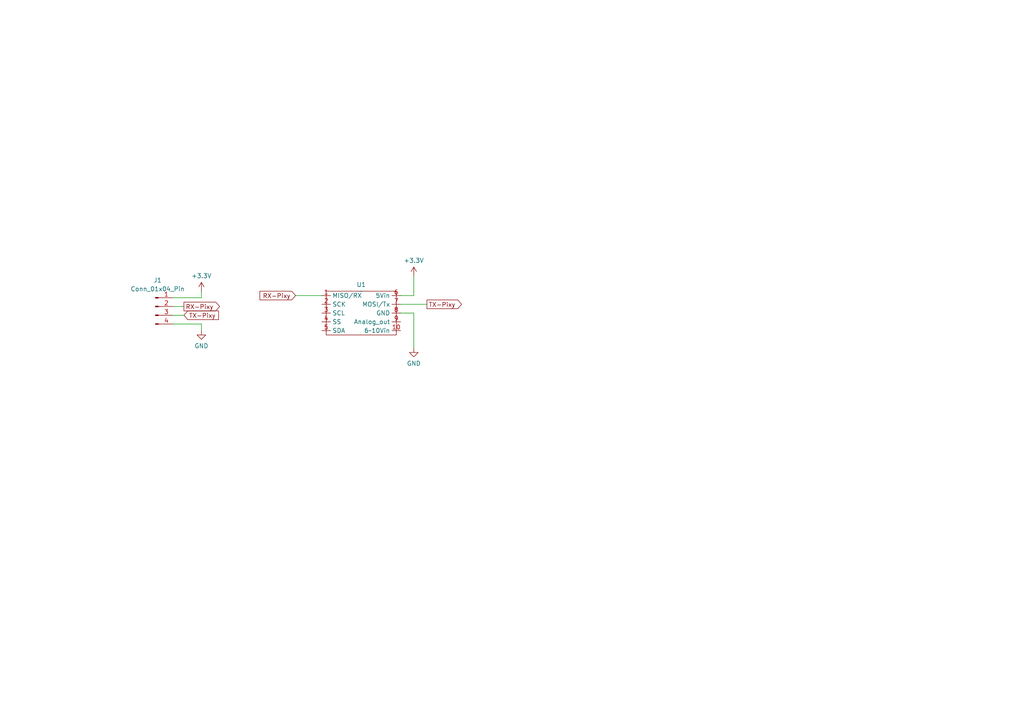
<source format=kicad_sch>
(kicad_sch (version 20230121) (generator eeschema)

  (uuid beab906a-fae2-4ead-ac1a-c5aadd5e0f25)

  (paper "A4")

  (lib_symbols
    (symbol "Connector:Conn_01x04_Pin" (pin_names (offset 1.016) hide) (in_bom yes) (on_board yes)
      (property "Reference" "J" (at 0 5.08 0)
        (effects (font (size 1.27 1.27)))
      )
      (property "Value" "Conn_01x04_Pin" (at 0 -7.62 0)
        (effects (font (size 1.27 1.27)))
      )
      (property "Footprint" "" (at 0 0 0)
        (effects (font (size 1.27 1.27)) hide)
      )
      (property "Datasheet" "~" (at 0 0 0)
        (effects (font (size 1.27 1.27)) hide)
      )
      (property "ki_locked" "" (at 0 0 0)
        (effects (font (size 1.27 1.27)))
      )
      (property "ki_keywords" "connector" (at 0 0 0)
        (effects (font (size 1.27 1.27)) hide)
      )
      (property "ki_description" "Generic connector, single row, 01x04, script generated" (at 0 0 0)
        (effects (font (size 1.27 1.27)) hide)
      )
      (property "ki_fp_filters" "Connector*:*_1x??_*" (at 0 0 0)
        (effects (font (size 1.27 1.27)) hide)
      )
      (symbol "Conn_01x04_Pin_1_1"
        (polyline
          (pts
            (xy 1.27 -5.08)
            (xy 0.8636 -5.08)
          )
          (stroke (width 0.1524) (type default))
          (fill (type none))
        )
        (polyline
          (pts
            (xy 1.27 -2.54)
            (xy 0.8636 -2.54)
          )
          (stroke (width 0.1524) (type default))
          (fill (type none))
        )
        (polyline
          (pts
            (xy 1.27 0)
            (xy 0.8636 0)
          )
          (stroke (width 0.1524) (type default))
          (fill (type none))
        )
        (polyline
          (pts
            (xy 1.27 2.54)
            (xy 0.8636 2.54)
          )
          (stroke (width 0.1524) (type default))
          (fill (type none))
        )
        (rectangle (start 0.8636 -4.953) (end 0 -5.207)
          (stroke (width 0.1524) (type default))
          (fill (type outline))
        )
        (rectangle (start 0.8636 -2.413) (end 0 -2.667)
          (stroke (width 0.1524) (type default))
          (fill (type outline))
        )
        (rectangle (start 0.8636 0.127) (end 0 -0.127)
          (stroke (width 0.1524) (type default))
          (fill (type outline))
        )
        (rectangle (start 0.8636 2.667) (end 0 2.413)
          (stroke (width 0.1524) (type default))
          (fill (type outline))
        )
        (pin passive line (at 5.08 2.54 180) (length 3.81)
          (name "Pin_1" (effects (font (size 1.27 1.27))))
          (number "1" (effects (font (size 1.27 1.27))))
        )
        (pin passive line (at 5.08 0 180) (length 3.81)
          (name "Pin_2" (effects (font (size 1.27 1.27))))
          (number "2" (effects (font (size 1.27 1.27))))
        )
        (pin passive line (at 5.08 -2.54 180) (length 3.81)
          (name "Pin_3" (effects (font (size 1.27 1.27))))
          (number "3" (effects (font (size 1.27 1.27))))
        )
        (pin passive line (at 5.08 -5.08 180) (length 3.81)
          (name "Pin_4" (effects (font (size 1.27 1.27))))
          (number "4" (effects (font (size 1.27 1.27))))
        )
      )
    )
    (symbol "power:+3.3V" (power) (pin_names (offset 0)) (in_bom yes) (on_board yes)
      (property "Reference" "#PWR" (at 0 -3.81 0)
        (effects (font (size 1.27 1.27)) hide)
      )
      (property "Value" "+3.3V" (at 0 3.556 0)
        (effects (font (size 1.27 1.27)))
      )
      (property "Footprint" "" (at 0 0 0)
        (effects (font (size 1.27 1.27)) hide)
      )
      (property "Datasheet" "" (at 0 0 0)
        (effects (font (size 1.27 1.27)) hide)
      )
      (property "ki_keywords" "global power" (at 0 0 0)
        (effects (font (size 1.27 1.27)) hide)
      )
      (property "ki_description" "Power symbol creates a global label with name \"+3.3V\"" (at 0 0 0)
        (effects (font (size 1.27 1.27)) hide)
      )
      (symbol "+3.3V_0_1"
        (polyline
          (pts
            (xy -0.762 1.27)
            (xy 0 2.54)
          )
          (stroke (width 0) (type default))
          (fill (type none))
        )
        (polyline
          (pts
            (xy 0 0)
            (xy 0 2.54)
          )
          (stroke (width 0) (type default))
          (fill (type none))
        )
        (polyline
          (pts
            (xy 0 2.54)
            (xy 0.762 1.27)
          )
          (stroke (width 0) (type default))
          (fill (type none))
        )
      )
      (symbol "+3.3V_1_1"
        (pin power_in line (at 0 0 90) (length 0) hide
          (name "+3.3V" (effects (font (size 1.27 1.27))))
          (number "1" (effects (font (size 1.27 1.27))))
        )
      )
    )
    (symbol "power:GND" (power) (pin_names (offset 0)) (in_bom yes) (on_board yes)
      (property "Reference" "#PWR" (at 0 -6.35 0)
        (effects (font (size 1.27 1.27)) hide)
      )
      (property "Value" "GND" (at 0 -3.81 0)
        (effects (font (size 1.27 1.27)))
      )
      (property "Footprint" "" (at 0 0 0)
        (effects (font (size 1.27 1.27)) hide)
      )
      (property "Datasheet" "" (at 0 0 0)
        (effects (font (size 1.27 1.27)) hide)
      )
      (property "ki_keywords" "global power" (at 0 0 0)
        (effects (font (size 1.27 1.27)) hide)
      )
      (property "ki_description" "Power symbol creates a global label with name \"GND\" , ground" (at 0 0 0)
        (effects (font (size 1.27 1.27)) hide)
      )
      (symbol "GND_0_1"
        (polyline
          (pts
            (xy 0 0)
            (xy 0 -1.27)
            (xy 1.27 -1.27)
            (xy 0 -2.54)
            (xy -1.27 -1.27)
            (xy 0 -1.27)
          )
          (stroke (width 0) (type default))
          (fill (type none))
        )
      )
      (symbol "GND_1_1"
        (pin power_in line (at 0 0 270) (length 0) hide
          (name "GND" (effects (font (size 1.27 1.27))))
          (number "1" (effects (font (size 1.27 1.27))))
        )
      )
    )
    (symbol "sunpare2023:pixy2" (in_bom yes) (on_board yes)
      (property "Reference" "U" (at 0 1.27 0)
        (effects (font (size 1.27 1.27)))
      )
      (property "Value" "" (at 0 0 0)
        (effects (font (size 1.27 1.27)))
      )
      (property "Footprint" "" (at 0 0 0)
        (effects (font (size 1.27 1.27)) hide)
      )
      (property "Datasheet" "" (at 0 0 0)
        (effects (font (size 1.27 1.27)) hide)
      )
      (symbol "pixy2_0_1"
        (rectangle (start -10.16 0) (end 10.16 -12.7)
          (stroke (width 0) (type default))
          (fill (type none))
        )
      )
      (symbol "pixy2_1_1"
        (pin passive line (at -11.43 -1.27 0) (length 2.54)
          (name "MISO/RX" (effects (font (size 1.27 1.27))))
          (number "1" (effects (font (size 1.27 1.27))))
        )
        (pin passive line (at 11.43 -11.43 180) (length 2.54)
          (name "6~10Vin" (effects (font (size 1.27 1.27))))
          (number "10" (effects (font (size 1.27 1.27))))
        )
        (pin passive line (at -11.43 -3.81 0) (length 2.54)
          (name "SCK" (effects (font (size 1.27 1.27))))
          (number "2" (effects (font (size 1.27 1.27))))
        )
        (pin passive line (at -11.43 -6.35 0) (length 2.54)
          (name "SCL" (effects (font (size 1.27 1.27))))
          (number "3" (effects (font (size 1.27 1.27))))
        )
        (pin passive line (at -11.43 -8.89 0) (length 2.54)
          (name "SS" (effects (font (size 1.27 1.27))))
          (number "4" (effects (font (size 1.27 1.27))))
        )
        (pin passive line (at -11.43 -11.43 0) (length 2.54)
          (name "SDA" (effects (font (size 1.27 1.27))))
          (number "5" (effects (font (size 1.27 1.27))))
        )
        (pin passive line (at 11.43 -1.27 180) (length 2.54)
          (name "5Vin" (effects (font (size 1.27 1.27))))
          (number "6" (effects (font (size 1.27 1.27))))
        )
        (pin passive line (at 11.43 -3.81 180) (length 2.54)
          (name "MOSI/Tx" (effects (font (size 1.27 1.27))))
          (number "7" (effects (font (size 1.27 1.27))))
        )
        (pin passive line (at 11.43 -6.35 180) (length 2.54)
          (name "GND" (effects (font (size 1.27 1.27))))
          (number "8" (effects (font (size 1.27 1.27))))
        )
        (pin passive line (at 11.43 -8.89 180) (length 2.54)
          (name "Analog_out" (effects (font (size 1.27 1.27))))
          (number "9" (effects (font (size 1.27 1.27))))
        )
      )
    )
  )


  (wire (pts (xy 93.345 85.725) (xy 85.725 85.725))
    (stroke (width 0) (type default))
    (uuid 203acc31-3106-4c7b-8f23-e2911b0abe5c)
  )
  (wire (pts (xy 120.015 80.01) (xy 120.015 85.725))
    (stroke (width 0) (type default))
    (uuid 290ca218-cdfa-4951-9308-69d53818d47c)
  )
  (wire (pts (xy 50.165 88.9) (xy 53.34 88.9))
    (stroke (width 0) (type default))
    (uuid 394fd424-723d-4e09-89d8-e56545ce2a2d)
  )
  (wire (pts (xy 116.205 88.265) (xy 123.825 88.265))
    (stroke (width 0) (type default))
    (uuid 3efd9cb3-294c-4e69-9d6e-dd56e41e91ec)
  )
  (wire (pts (xy 50.165 93.98) (xy 58.42 93.98))
    (stroke (width 0) (type default))
    (uuid 4d2431de-c68a-466e-ac46-67dcb55c01f8)
  )
  (wire (pts (xy 50.165 91.44) (xy 53.34 91.44))
    (stroke (width 0) (type default))
    (uuid 7d0e7abc-05a0-4ffa-acc7-ed071a86a541)
  )
  (wire (pts (xy 116.205 85.725) (xy 120.015 85.725))
    (stroke (width 0) (type default))
    (uuid 7f7fdde3-b4b5-48de-aae2-b538600ff93f)
  )
  (wire (pts (xy 58.42 86.36) (xy 58.42 84.455))
    (stroke (width 0) (type default))
    (uuid aa002950-4bf9-49cb-9cd5-8aaa7e2b4b62)
  )
  (wire (pts (xy 50.165 86.36) (xy 58.42 86.36))
    (stroke (width 0) (type default))
    (uuid ae0d9fc4-1c91-4074-878b-edafb0178369)
  )
  (wire (pts (xy 116.205 90.805) (xy 120.015 90.805))
    (stroke (width 0) (type default))
    (uuid b509d434-3da3-40b4-8aec-49af2eb9f2ea)
  )
  (wire (pts (xy 120.015 90.805) (xy 120.015 100.965))
    (stroke (width 0) (type default))
    (uuid bb89e964-9e35-48ce-8f3b-ad54b5d630b5)
  )
  (wire (pts (xy 58.42 95.885) (xy 58.42 93.98))
    (stroke (width 0) (type default))
    (uuid ec1418bb-073c-4d21-bef5-d69dd5e1bb28)
  )

  (global_label "TX-Pixy" (shape input) (at 53.34 91.44 0) (fields_autoplaced)
    (effects (font (size 1.27 1.27)) (justify left))
    (uuid 49f7a9bc-bf9c-4e99-92f5-3bfef7d155c4)
    (property "Intersheetrefs" "${INTERSHEET_REFS}" (at 62.3214 91.44 0)
      (effects (font (size 1.27 1.27)) (justify left) hide)
    )
  )
  (global_label "RX-Pixy" (shape output) (at 53.34 88.9 0) (fields_autoplaced)
    (effects (font (size 1.27 1.27)) (justify left))
    (uuid 5a1f6e10-4b3c-499f-b31f-e4265a995dd2)
    (property "Intersheetrefs" "${INTERSHEET_REFS}" (at 62.5187 88.9 0)
      (effects (font (size 1.27 1.27)) (justify left) hide)
    )
  )
  (global_label "RX-Pixy" (shape input) (at 85.725 85.725 180) (fields_autoplaced)
    (effects (font (size 1.27 1.27)) (justify right))
    (uuid 888e421b-f733-4e87-9ea1-550b27d93dd4)
    (property "Intersheetrefs" "${INTERSHEET_REFS}" (at 76.5463 85.725 0)
      (effects (font (size 1.27 1.27)) (justify right) hide)
    )
  )
  (global_label "TX-Pixy" (shape output) (at 123.825 88.265 0) (fields_autoplaced)
    (effects (font (size 1.27 1.27)) (justify left))
    (uuid cc4f51a1-24b9-4a53-b929-e8d69d69bebb)
    (property "Intersheetrefs" "${INTERSHEET_REFS}" (at 132.8064 88.265 0)
      (effects (font (size 1.27 1.27)) (justify left) hide)
    )
  )

  (symbol (lib_id "sunpare2023:pixy2") (at 104.775 84.455 0) (unit 1)
    (in_bom yes) (on_board yes) (dnp no) (fields_autoplaced)
    (uuid 01516c6a-a098-498b-9ac6-c0765d4dc458)
    (property "Reference" "U1" (at 104.775 82.55 0)
      (effects (font (size 1.27 1.27)))
    )
    (property "Value" "~" (at 104.775 84.455 0)
      (effects (font (size 1.27 1.27)))
    )
    (property "Footprint" "@3pare:pixy" (at 104.775 84.455 0)
      (effects (font (size 1.27 1.27)) hide)
    )
    (property "Datasheet" "" (at 104.775 84.455 0)
      (effects (font (size 1.27 1.27)) hide)
    )
    (pin "1" (uuid e2469b26-b602-45c4-aefe-fa847ee0440b))
    (pin "10" (uuid b61d8840-b59c-41c8-baae-46e5ed92432a))
    (pin "2" (uuid 7735efd8-7463-4497-9980-f645a10283b6))
    (pin "3" (uuid 862b1087-ae17-46ff-bcc0-c8eaac8f6f9d))
    (pin "4" (uuid 403e8f87-7919-4418-ad7f-0d6ed3737b46))
    (pin "5" (uuid 922e4f6a-6708-4d69-aed5-4c1ef14d64e5))
    (pin "6" (uuid 1193b0dd-addf-46ad-b1ac-e2481a773b7d))
    (pin "7" (uuid 3d0693f7-15d3-487a-b25d-d301de3542c0))
    (pin "8" (uuid afc68191-bd05-47ba-a658-e6f8ccac10b4))
    (pin "9" (uuid b2bd2c90-992c-4ab7-9968-374effbcfc69))
    (instances
      (project "pixy-conversion"
        (path "/beab906a-fae2-4ead-ac1a-c5aadd5e0f25"
          (reference "U1") (unit 1)
        )
      )
    )
  )

  (symbol (lib_id "power:+3.3V") (at 120.015 80.01 0) (unit 1)
    (in_bom yes) (on_board yes) (dnp no) (fields_autoplaced)
    (uuid 688252f0-0866-4442-ac1f-bd4ff0a1f409)
    (property "Reference" "#PWR05" (at 120.015 83.82 0)
      (effects (font (size 1.27 1.27)) hide)
    )
    (property "Value" "+3.3V" (at 120.015 75.565 0)
      (effects (font (size 1.27 1.27)))
    )
    (property "Footprint" "" (at 120.015 80.01 0)
      (effects (font (size 1.27 1.27)) hide)
    )
    (property "Datasheet" "" (at 120.015 80.01 0)
      (effects (font (size 1.27 1.27)) hide)
    )
    (pin "1" (uuid c4bae524-4de0-4a9c-ad88-a89b38661ffa))
    (instances
      (project "pixy-conversion"
        (path "/beab906a-fae2-4ead-ac1a-c5aadd5e0f25"
          (reference "#PWR05") (unit 1)
        )
      )
    )
  )

  (symbol (lib_id "power:GND") (at 120.015 100.965 0) (unit 1)
    (in_bom yes) (on_board yes) (dnp no) (fields_autoplaced)
    (uuid a930c2f8-6809-4155-8840-8273128f3c73)
    (property "Reference" "#PWR02" (at 120.015 107.315 0)
      (effects (font (size 1.27 1.27)) hide)
    )
    (property "Value" "GND" (at 120.015 105.41 0)
      (effects (font (size 1.27 1.27)))
    )
    (property "Footprint" "" (at 120.015 100.965 0)
      (effects (font (size 1.27 1.27)) hide)
    )
    (property "Datasheet" "" (at 120.015 100.965 0)
      (effects (font (size 1.27 1.27)) hide)
    )
    (pin "1" (uuid 5cc4cda1-605e-4be3-a06c-669cd69bb197))
    (instances
      (project "pixy-conversion"
        (path "/beab906a-fae2-4ead-ac1a-c5aadd5e0f25"
          (reference "#PWR02") (unit 1)
        )
      )
    )
  )

  (symbol (lib_id "power:GND") (at 58.42 95.885 0) (unit 1)
    (in_bom yes) (on_board yes) (dnp no) (fields_autoplaced)
    (uuid d4ac2a12-ff66-4c25-9b99-57150939a74b)
    (property "Reference" "#PWR04" (at 58.42 102.235 0)
      (effects (font (size 1.27 1.27)) hide)
    )
    (property "Value" "GND" (at 58.42 100.33 0)
      (effects (font (size 1.27 1.27)))
    )
    (property "Footprint" "" (at 58.42 95.885 0)
      (effects (font (size 1.27 1.27)) hide)
    )
    (property "Datasheet" "" (at 58.42 95.885 0)
      (effects (font (size 1.27 1.27)) hide)
    )
    (pin "1" (uuid 4ab1b45f-34d5-473a-9f38-7684d7cdd853))
    (instances
      (project "pixy-conversion"
        (path "/beab906a-fae2-4ead-ac1a-c5aadd5e0f25"
          (reference "#PWR04") (unit 1)
        )
      )
    )
  )

  (symbol (lib_id "Connector:Conn_01x04_Pin") (at 45.085 88.9 0) (unit 1)
    (in_bom yes) (on_board yes) (dnp no) (fields_autoplaced)
    (uuid e18c41ea-33e1-4153-8f01-0c0283bfd114)
    (property "Reference" "J1" (at 45.72 81.28 0)
      (effects (font (size 1.27 1.27)))
    )
    (property "Value" "Conn_01x04_Pin" (at 45.72 83.82 0)
      (effects (font (size 1.27 1.27)))
    )
    (property "Footprint" "Connector_JST:JST_XH_B4B-XH-A_1x04_P2.50mm_Vertical" (at 45.085 88.9 0)
      (effects (font (size 1.27 1.27)) hide)
    )
    (property "Datasheet" "~" (at 45.085 88.9 0)
      (effects (font (size 1.27 1.27)) hide)
    )
    (pin "1" (uuid d1b71ece-5465-4c2d-b88d-52876cbfbfcf))
    (pin "2" (uuid 8c94a79d-36b7-4b3d-9d0d-6eb65630b6d1))
    (pin "3" (uuid 94219ede-f3fc-42e4-ad27-b1f1882d7474))
    (pin "4" (uuid cd03e9da-3a9d-4c7c-bf9e-b892214253ad))
    (instances
      (project "pixy-conversion"
        (path "/beab906a-fae2-4ead-ac1a-c5aadd5e0f25"
          (reference "J1") (unit 1)
        )
      )
    )
  )

  (symbol (lib_id "power:+3.3V") (at 58.42 84.455 0) (unit 1)
    (in_bom yes) (on_board yes) (dnp no) (fields_autoplaced)
    (uuid ed55ec10-84be-43c0-9b7a-c2fada6fed86)
    (property "Reference" "#PWR03" (at 58.42 88.265 0)
      (effects (font (size 1.27 1.27)) hide)
    )
    (property "Value" "+3.3V" (at 58.42 80.01 0)
      (effects (font (size 1.27 1.27)))
    )
    (property "Footprint" "" (at 58.42 84.455 0)
      (effects (font (size 1.27 1.27)) hide)
    )
    (property "Datasheet" "" (at 58.42 84.455 0)
      (effects (font (size 1.27 1.27)) hide)
    )
    (pin "1" (uuid e5ad08fb-1974-45c9-a741-1f9c98e093df))
    (instances
      (project "pixy-conversion"
        (path "/beab906a-fae2-4ead-ac1a-c5aadd5e0f25"
          (reference "#PWR03") (unit 1)
        )
      )
    )
  )

  (sheet_instances
    (path "/" (page "1"))
  )
)

</source>
